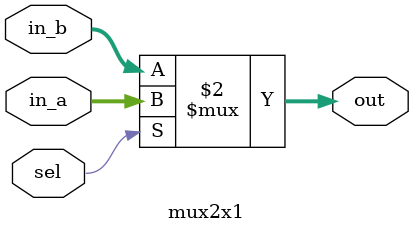
<source format=sv>
`timescale 1ns/100ps

module mux2x1 #(parameter DATA_WIDTH=8) (
    input   logic [DATA_WIDTH-1:0]  in_a,
    input   logic [DATA_WIDTH-1:0]  in_b,
    input   logic                   sel,
    output  logic [DATA_WIDTH-1:0]  out
);

    always @(sel) begin
        out = (sel)? in_a : in_b;
    end

endmodule
</source>
